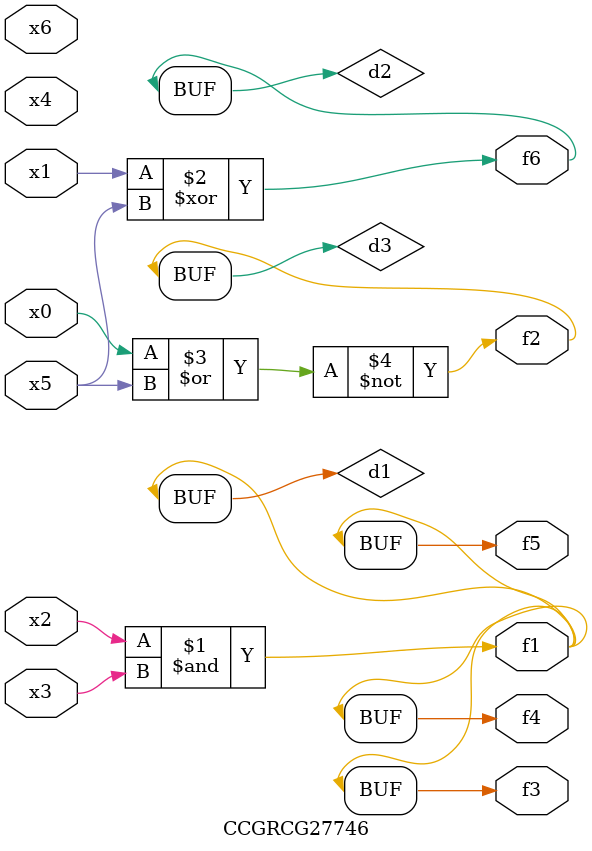
<source format=v>
module CCGRCG27746(
	input x0, x1, x2, x3, x4, x5, x6,
	output f1, f2, f3, f4, f5, f6
);

	wire d1, d2, d3;

	and (d1, x2, x3);
	xor (d2, x1, x5);
	nor (d3, x0, x5);
	assign f1 = d1;
	assign f2 = d3;
	assign f3 = d1;
	assign f4 = d1;
	assign f5 = d1;
	assign f6 = d2;
endmodule

</source>
